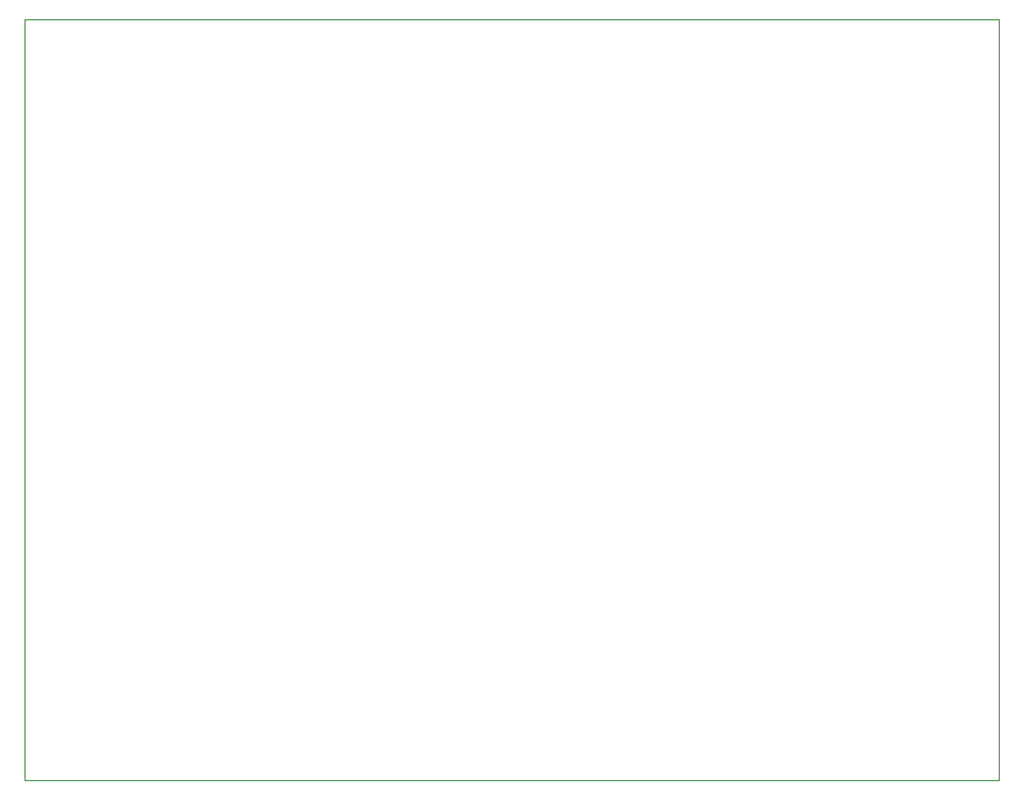
<source format=gko>
%FSLAX34Y34*%
%MOMM*%
%LNOUTLINE*%
G71*
G01*
%ADD10C, 0.25*%
%LPD*%
G54D10*
X1270Y1706245D02*
X1270Y1270D01*
X1270Y1712595D01*
X2192020Y1712595D01*
X2192020Y1270D01*
X1270Y1270D01*
M02*

</source>
